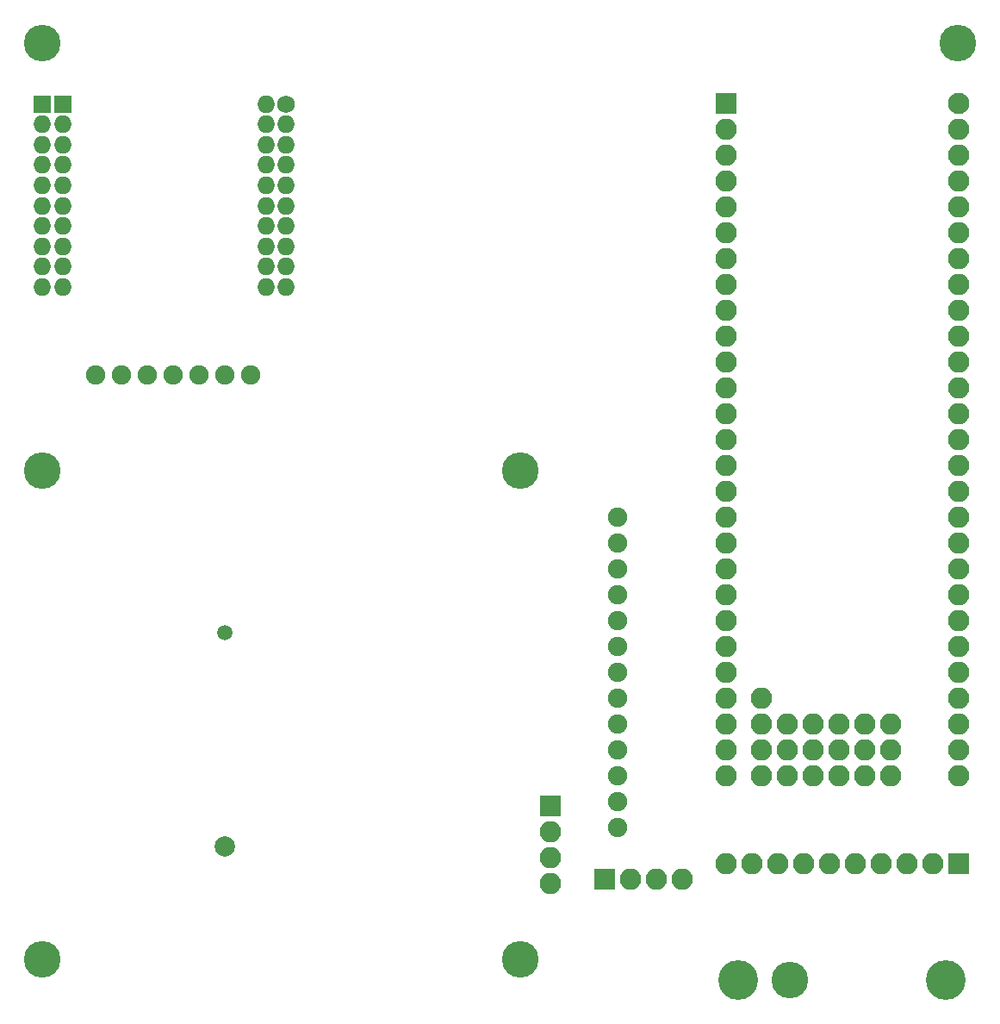
<source format=gbr>
G04 #@! TF.FileFunction,Soldermask,Bot*
%FSLAX46Y46*%
G04 Gerber Fmt 4.6, Leading zero omitted, Abs format (unit mm)*
G04 Created by KiCad (PCBNEW 4.0.7-e2-6376~58~ubuntu16.04.1) date Tue Oct  2 08:26:08 2018*
%MOMM*%
%LPD*%
G01*
G04 APERTURE LIST*
%ADD10C,0.100000*%
%ADD11C,2.100000*%
%ADD12O,2.100000X2.100000*%
%ADD13R,2.100000X2.100000*%
%ADD14R,1.750000X1.750000*%
%ADD15O,1.750000X1.750000*%
%ADD16C,1.750000*%
%ADD17C,1.900000*%
%ADD18C,3.600000*%
%ADD19C,2.000000*%
%ADD20C,1.500000*%
%ADD21C,3.900000*%
G04 APERTURE END LIST*
D10*
D11*
X195072000Y-60960000D03*
D12*
X195072000Y-63500000D03*
X195072000Y-66040000D03*
X195072000Y-68580000D03*
X195072000Y-71120000D03*
X195072000Y-73660000D03*
X195072000Y-76200000D03*
X195072000Y-78740000D03*
X195072000Y-81280000D03*
X195072000Y-83820000D03*
X195072000Y-86360000D03*
X195072000Y-88900000D03*
X195072000Y-91440000D03*
X195072000Y-93980000D03*
X195072000Y-96520000D03*
X195072000Y-99060000D03*
X195072000Y-101600000D03*
X195072000Y-104140000D03*
X195072000Y-106680000D03*
X195072000Y-109220000D03*
X195072000Y-111760000D03*
X195072000Y-114300000D03*
X195072000Y-116840000D03*
X195072000Y-119380000D03*
X195072000Y-121920000D03*
X195072000Y-124460000D03*
X195072000Y-126960000D03*
X172212000Y-124460000D03*
X172212000Y-121920000D03*
X172212000Y-114300000D03*
X172212000Y-116840000D03*
X172212000Y-119380000D03*
X172212000Y-127000000D03*
X172212000Y-68580000D03*
X172212000Y-71120000D03*
X172212000Y-73660000D03*
X172212000Y-76200000D03*
X172212000Y-66040000D03*
D13*
X172212000Y-60960000D03*
D12*
X172212000Y-63500000D03*
X172212000Y-78740000D03*
X172212000Y-81280000D03*
X172212000Y-83820000D03*
X172212000Y-86360000D03*
X172212000Y-88900000D03*
X172212000Y-91440000D03*
X172212000Y-93980000D03*
X172212000Y-96520000D03*
X172212000Y-99060000D03*
X172212000Y-101600000D03*
X172212000Y-104140000D03*
X172212000Y-106680000D03*
X172212000Y-109220000D03*
X172212000Y-111760000D03*
X175712000Y-127000000D03*
X175712000Y-119380000D03*
X175712000Y-124460000D03*
X175712000Y-121920000D03*
X178252000Y-124460000D03*
X178252000Y-127000000D03*
X178252000Y-121920000D03*
X180792000Y-127000000D03*
X180792000Y-124460000D03*
X180792000Y-121920000D03*
X183332000Y-127000000D03*
X183332000Y-124460000D03*
X183332000Y-121920000D03*
X185872000Y-124460000D03*
X185872000Y-127000000D03*
X185872000Y-121920000D03*
X188412000Y-124460000D03*
X188412000Y-127000000D03*
X188412000Y-121920000D03*
D13*
X160274000Y-137160000D03*
D12*
X162814000Y-137160000D03*
X165354000Y-137160000D03*
X167894000Y-137160000D03*
D13*
X155000000Y-130000000D03*
D12*
X155000000Y-132540000D03*
X155000000Y-135080000D03*
X155000000Y-137620000D03*
D14*
X107000000Y-61000000D03*
X105000000Y-61000000D03*
D15*
X107000000Y-63000000D03*
X105000000Y-63000000D03*
X107000000Y-65000000D03*
X105000000Y-65000000D03*
X107000000Y-67000000D03*
X105000000Y-67000000D03*
X107000000Y-69000000D03*
X105000000Y-69000000D03*
X107000000Y-71000000D03*
X105000000Y-71000000D03*
X107000000Y-73000000D03*
X105000000Y-73000000D03*
X107000000Y-75000000D03*
X105000000Y-75000000D03*
X107000000Y-77000000D03*
X105000000Y-77000000D03*
X107000000Y-79000000D03*
X105000000Y-79000000D03*
X129000000Y-65000000D03*
D16*
X129000000Y-61000000D03*
D15*
X127000000Y-61000000D03*
X129000000Y-63000000D03*
X127000000Y-63000000D03*
X127000000Y-65000000D03*
X129000000Y-67000000D03*
X127000000Y-67000000D03*
X127000000Y-69000000D03*
X129000000Y-71000000D03*
X127000000Y-71000000D03*
X129000000Y-73000000D03*
X129000000Y-69000000D03*
X129000000Y-75000000D03*
X127000000Y-73000000D03*
X127000000Y-75000000D03*
X129000000Y-79000000D03*
X127000000Y-77000000D03*
X129000000Y-77000000D03*
X127000000Y-79000000D03*
D17*
X161544000Y-121920000D03*
X161544000Y-124460000D03*
X161544000Y-127000000D03*
X161544000Y-119380000D03*
X161544000Y-111760000D03*
X161544000Y-114300000D03*
X161544000Y-116840000D03*
X161544000Y-129540000D03*
X161544000Y-132080000D03*
X117856000Y-87630000D03*
X115316000Y-87630000D03*
X125476000Y-87630000D03*
X120396000Y-87630000D03*
X122936000Y-87630000D03*
X110236000Y-87630000D03*
X112776000Y-87630000D03*
X161544000Y-101600000D03*
X161544000Y-104140000D03*
X161544000Y-106680000D03*
X161544000Y-109220000D03*
D18*
X152000000Y-145000000D03*
X105000000Y-145000000D03*
X105000000Y-97000000D03*
X152000000Y-97000000D03*
X105000000Y-55000000D03*
D19*
X122992400Y-133960000D03*
D20*
X122992400Y-112960000D03*
D18*
X195000000Y-55000000D03*
D13*
X195072000Y-135636000D03*
D12*
X192532000Y-135636000D03*
X189992000Y-135636000D03*
X187452000Y-135636000D03*
X184912000Y-135636000D03*
X182372000Y-135636000D03*
X179832000Y-135636000D03*
X177292000Y-135636000D03*
X174752000Y-135636000D03*
X172212000Y-135636000D03*
D21*
X193831000Y-147036000D03*
X173457000Y-147036000D03*
D18*
X178534060Y-147038060D03*
M02*

</source>
